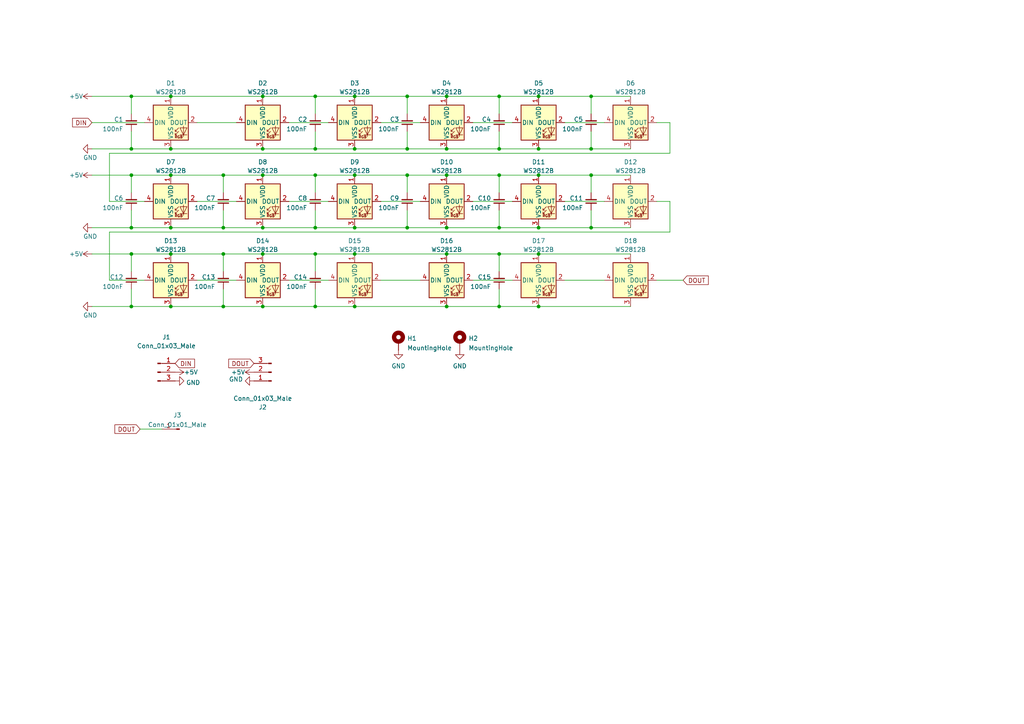
<source format=kicad_sch>
(kicad_sch (version 20211123) (generator eeschema)
  (paper "A4")
  (lib_symbols
    (symbol "Connector:Conn_01x01_Male" (pin_names (offset 1.016) hide)
      (property "Reference" "J" (at 0 2.54 0))
      (property "Value" "Conn_01x01_Male" (at 0 -2.54 0))
      (symbol "Conn_01x01_Male_1_1"
        (polyline (pts (xy 1.27 0) (xy 0.8636 0)) (stroke (width 0.1524)))
        (rectangle (start 0.8636 0.127) (end 0 -0.127) (stroke (width 0.1524)) (fill (type outline)))
        (pin passive line (at 5.08 0 180) (length 3.81) (name "Pin_1") (number "1"))
      )
    )
    (symbol "Connector:Conn_01x03_Male" (pin_names (offset 1.016) hide)
      (property "Reference" "J" (at 0 5.08 0))
      (property "Value" "Conn_01x03_Male" (at 0 -5.08 0))
      (symbol "Conn_01x03_Male_1_1"
        (polyline (pts (xy 1.27 -2.54) (xy 0.8636 -2.54)) (stroke (width 0.1524)))
        (polyline (pts (xy 1.27 0) (xy 0.8636 0)) (stroke (width 0.1524)))
        (polyline (pts (xy 1.27 2.54) (xy 0.8636 2.54)) (stroke (width 0.1524)))
        (rectangle (start 0.8636 -2.413) (end 0 -2.667) (stroke (width 0.1524)) (fill (type outline)))
        (rectangle (start 0.8636 0.127) (end 0 -0.127) (stroke (width 0.1524)) (fill (type outline)))
        (rectangle (start 0.8636 2.667) (end 0 2.413) (stroke (width 0.1524)) (fill (type outline)))
        (pin passive line (at 5.08 2.54 180) (length 3.81) (name "Pin_1") (number "1"))
        (pin passive line (at 5.08 0 180) (length 3.81) (name "Pin_2") (number "2"))
        (pin passive line (at 5.08 -2.54 180) (length 3.81) (name "Pin_3") (number "3"))
      )
    )
    (symbol "Device:C_Small" (pin_numbers hide) (pin_names (offset 0.254) hide)
      (property "Reference" "C" (at 0.254 1.778 0))
      (property "Value" "C_Small" (at 0.254 -2.032 0))
      (symbol "C_Small_0_1"
        (polyline (pts (xy -1.524 -0.508) (xy 1.524 -0.508)) (stroke (width 0.3302)))
        (polyline (pts (xy -1.524 0.508) (xy 1.524 0.508)) (stroke (width 0.3048)))
      )
      (symbol "C_Small_1_1"
        (pin passive line (at 0 2.54 270) (length 2.032) (name "~") (number "1"))
        (pin passive line (at 0 -2.54 90) (length 2.032) (name "~") (number "2"))
      )
    )
    (symbol "LED:WS2812B" (pin_names (offset 0.254))
      (property "Reference" "D" (at 5.08 5.715 0))
      (property "Value" "WS2812B" (at 1.27 -5.715 0))
      (symbol "WS2812B_0_0"
        (text "RGB" (at 2.286 -4.191 0) (effects (font (size 0.762 0.762))))
      )
      (symbol "WS2812B_0_1"
        (polyline (pts (xy 1.27 -3.556) (xy 1.778 -3.556)))
        (polyline (pts (xy 1.27 -2.54) (xy 1.778 -2.54)))
        (polyline (pts (xy 4.699 -3.556) (xy 2.667 -3.556)))
        (polyline (pts (xy 2.286 -2.54) (xy 1.27 -3.556) (xy 1.27 -3.048)))
        (polyline (pts (xy 2.286 -1.524) (xy 1.27 -2.54) (xy 1.27 -2.032)))
        (polyline (pts (xy 3.683 -1.016) (xy 3.683 -3.556) (xy 3.683 -4.064)))
        (polyline (pts (xy 4.699 -1.524) (xy 2.667 -1.524) (xy 3.683 -3.556) (xy 4.699 -1.524)))
        (rectangle (start 5.08 5.08) (end -5.08 -5.08) (stroke (width 0.254)) (fill (type background)))
      )
      (symbol "WS2812B_1_1"
        (pin power_in line (at 0 7.62 270) (length 2.54) (name "VDD") (number "1"))
        (pin output line (at 7.62 0 180) (length 2.54) (name "DOUT") (number "2"))
        (pin power_in line (at 0 -7.62 90) (length 2.54) (name "VSS") (number "3"))
        (pin input line (at -7.62 0 0) (length 2.54) (name "DIN") (number "4"))
      )
    )
    (symbol "Mechanical:MountingHole_Pad" (pin_numbers hide) (pin_names (offset 1.016) hide)
      (property "Reference" "H" (at 0 6.35 0))
      (property "Value" "MountingHole_Pad" (at 0 4.445 0))
      (symbol "MountingHole_Pad_0_1"
        (circle (center 0 1.27) (radius 1.27) (stroke (width 1.27)))
      )
      (symbol "MountingHole_Pad_1_1"
        (pin input line (at 0 -2.54 90) (length 2.54) (name "1") (number "1"))
      )
    )
    (symbol "power:+5V" (power) (pin_names (offset 0))
      (property "Value" "+5V" (at 0 3.556 0))
      (symbol "+5V_0_1"
        (polyline (pts (xy -0.762 1.27) (xy 0 2.54)))
        (polyline (pts (xy 0 0) (xy 0 2.54)))
        (polyline (pts (xy 0 2.54) (xy 0.762 1.27)))
      )
      (symbol "+5V_1_1"
        (pin power_in line (at 0 0 90) (length 0) hide (name "+5V") (number "1"))
      )
    )
    (symbol "power:GND" (power) (pin_names (offset 0))
      (property "Value" "GND" (at 0 -3.81 0))
      (symbol "GND_0_1"
        (polyline (pts (xy 0 0) (xy 0 -1.27) (xy 1.27 -1.27) (xy 0 -2.54) (xy -1.27 -1.27) (xy 0 -1.27)))
      )
      (symbol "GND_1_1"
        (pin power_in line (at 0 0 270) (length 0) hide (name "GND") (number "1"))
      )
    )
  )
  (junction (at 102.87 88.9))
  (junction (at 129.54 43.18))
  (junction (at 156.21 73.66))
  (junction (at 102.87 50.8))
  (junction (at 64.77 66.04))
  (junction (at 102.87 43.18))
  (junction (at 38.1 27.94))
  (junction (at 49.53 66.04))
  (junction (at 118.11 50.8))
  (junction (at 91.44 88.9))
  (junction (at 91.44 50.8))
  (junction (at 49.53 50.8))
  (junction (at 171.45 27.94))
  (junction (at 38.1 66.04))
  (junction (at 144.78 73.66))
  (junction (at 76.2 27.94))
  (junction (at 102.87 73.66))
  (junction (at 38.1 43.18))
  (junction (at 49.53 27.94))
  (junction (at 144.78 66.04))
  (junction (at 118.11 43.18))
  (junction (at 76.2 73.66))
  (junction (at 129.54 73.66))
  (junction (at 156.21 43.18))
  (junction (at 156.21 50.8))
  (junction (at 129.54 66.04))
  (junction (at 76.2 43.18))
  (junction (at 144.78 88.9))
  (junction (at 156.21 66.04))
  (junction (at 49.53 73.66))
  (junction (at 64.77 50.8))
  (junction (at 102.87 27.94))
  (junction (at 118.11 66.04))
  (junction (at 102.87 66.04))
  (junction (at 171.45 50.8))
  (junction (at 76.2 66.04))
  (junction (at 129.54 27.94))
  (junction (at 129.54 88.9))
  (junction (at 38.1 50.8))
  (junction (at 156.21 27.94))
  (junction (at 76.2 50.8))
  (junction (at 91.44 73.66))
  (junction (at 144.78 43.18))
  (junction (at 91.44 66.04))
  (junction (at 129.54 50.8))
  (junction (at 64.77 73.66))
  (junction (at 49.53 43.18))
  (junction (at 118.11 27.94))
  (junction (at 171.45 66.04))
  (junction (at 38.1 88.9))
  (junction (at 144.78 27.94))
  (junction (at 144.78 50.8))
  (junction (at 91.44 27.94))
  (junction (at 49.53 88.9))
  (junction (at 76.2 88.9))
  (junction (at 171.45 43.18))
  (junction (at 156.21 88.9))
  (junction (at 64.77 88.9))
  (junction (at 91.44 43.18))
  (junction (at 38.1 73.66))
  (wire (pts (xy 144.78 73.66) (xy 156.21 73.66)))
  (wire (pts (xy 190.5 81.28) (xy 198.12 81.28)))
  (wire (pts (xy 31.75 81.28) (xy 41.91 81.28)))
  (wire (pts (xy 91.44 38.1) (xy 91.44 43.18)))
  (wire (pts (xy 129.54 88.9) (xy 144.78 88.9)))
  (wire (pts (xy 76.2 50.8) (xy 91.44 50.8)))
  (wire (pts (xy 38.1 60.96) (xy 38.1 66.04)))
  (wire (pts (xy 64.77 78.74) (xy 64.77 73.66)))
  (wire (pts (xy 144.78 27.94) (xy 156.21 27.94)))
  (wire (pts (xy 171.45 43.18) (xy 182.88 43.18)))
  (wire (pts (xy 26.67 73.66) (xy 38.1 73.66)))
  (wire (pts (xy 102.87 27.94) (xy 118.11 27.94)))
  (wire (pts (xy 118.11 55.88) (xy 118.11 50.8)))
  (wire (pts (xy 171.45 33.02) (xy 171.45 27.94)))
  (wire (pts (xy 118.11 43.18) (xy 129.54 43.18)))
  (wire (pts (xy 49.53 88.9) (xy 64.77 88.9)))
  (wire (pts (xy 118.11 27.94) (xy 129.54 27.94)))
  (wire (pts (xy 190.5 58.42) (xy 194.31 58.42)))
  (wire (pts (xy 57.15 35.56) (xy 68.58 35.56)))
  (wire (pts (xy 76.2 43.18) (xy 91.44 43.18)))
  (wire (pts (xy 171.45 38.1) (xy 171.45 43.18)))
  (wire (pts (xy 171.45 55.88) (xy 171.45 50.8)))
  (wire (pts (xy 102.87 66.04) (xy 118.11 66.04)))
  (wire (pts (xy 83.82 35.56) (xy 95.25 35.56)))
  (wire (pts (xy 91.44 60.96) (xy 91.44 66.04)))
  (wire (pts (xy 64.77 55.88) (xy 64.77 50.8)))
  (wire (pts (xy 91.44 55.88) (xy 91.44 50.8)))
  (wire (pts (xy 41.91 58.42) (xy 31.75 58.42)))
  (wire (pts (xy 110.49 35.56) (xy 121.92 35.56)))
  (wire (pts (xy 171.45 50.8) (xy 182.88 50.8)))
  (wire (pts (xy 31.75 67.31) (xy 31.75 81.28)))
  (wire (pts (xy 171.45 60.96) (xy 171.45 66.04)))
  (wire (pts (xy 102.87 88.9) (xy 129.54 88.9)))
  (wire (pts (xy 144.78 78.74) (xy 144.78 73.66)))
  (wire (pts (xy 129.54 66.04) (xy 144.78 66.04)))
  (wire (pts (xy 129.54 50.8) (xy 144.78 50.8)))
  (wire (pts (xy 31.75 58.42) (xy 31.75 44.45)))
  (wire (pts (xy 26.67 88.9) (xy 38.1 88.9)))
  (wire (pts (xy 144.78 33.02) (xy 144.78 27.94)))
  (wire (pts (xy 49.53 73.66) (xy 64.77 73.66)))
  (wire (pts (xy 91.44 73.66) (xy 102.87 73.66)))
  (wire (pts (xy 49.53 43.18) (xy 76.2 43.18)))
  (wire (pts (xy 137.16 58.42) (xy 148.59 58.42)))
  (wire (pts (xy 144.78 50.8) (xy 156.21 50.8)))
  (wire (pts (xy 64.77 66.04) (xy 76.2 66.04)))
  (wire (pts (xy 49.53 27.94) (xy 76.2 27.94)))
  (wire (pts (xy 156.21 88.9) (xy 182.88 88.9)))
  (wire (pts (xy 26.67 27.94) (xy 38.1 27.94)))
  (wire (pts (xy 110.49 58.42) (xy 121.92 58.42)))
  (wire (pts (xy 118.11 38.1) (xy 118.11 43.18)))
  (wire (pts (xy 194.31 58.42) (xy 194.31 67.31)))
  (wire (pts (xy 163.83 35.56) (xy 175.26 35.56)))
  (wire (pts (xy 38.1 27.94) (xy 49.53 27.94)))
  (wire (pts (xy 38.1 43.18) (xy 49.53 43.18)))
  (wire (pts (xy 194.31 35.56) (xy 190.5 35.56)))
  (wire (pts (xy 129.54 43.18) (xy 144.78 43.18)))
  (wire (pts (xy 38.1 33.02) (xy 38.1 27.94)))
  (wire (pts (xy 163.83 58.42) (xy 175.26 58.42)))
  (wire (pts (xy 144.78 43.18) (xy 156.21 43.18)))
  (wire (pts (xy 137.16 35.56) (xy 148.59 35.56)))
  (wire (pts (xy 31.75 44.45) (xy 194.31 44.45)))
  (wire (pts (xy 156.21 50.8) (xy 171.45 50.8)))
  (wire (pts (xy 91.44 50.8) (xy 102.87 50.8)))
  (wire (pts (xy 38.1 88.9) (xy 49.53 88.9)))
  (wire (pts (xy 118.11 66.04) (xy 129.54 66.04)))
  (wire (pts (xy 57.15 81.28) (xy 68.58 81.28)))
  (wire (pts (xy 49.53 66.04) (xy 64.77 66.04)))
  (wire (pts (xy 102.87 73.66) (xy 129.54 73.66)))
  (wire (pts (xy 57.15 58.42) (xy 68.58 58.42)))
  (wire (pts (xy 76.2 73.66) (xy 91.44 73.66)))
  (wire (pts (xy 144.78 83.82) (xy 144.78 88.9)))
  (wire (pts (xy 76.2 27.94) (xy 91.44 27.94)))
  (wire (pts (xy 26.67 35.56) (xy 41.91 35.56)))
  (wire (pts (xy 144.78 55.88) (xy 144.78 50.8)))
  (wire (pts (xy 91.44 66.04) (xy 102.87 66.04)))
  (wire (pts (xy 156.21 66.04) (xy 171.45 66.04)))
  (wire (pts (xy 83.82 58.42) (xy 95.25 58.42)))
  (wire (pts (xy 91.44 83.82) (xy 91.44 88.9)))
  (wire (pts (xy 83.82 81.28) (xy 95.25 81.28)))
  (wire (pts (xy 26.67 50.8) (xy 38.1 50.8)))
  (wire (pts (xy 144.78 88.9) (xy 156.21 88.9)))
  (wire (pts (xy 156.21 27.94) (xy 171.45 27.94)))
  (wire (pts (xy 144.78 66.04) (xy 156.21 66.04)))
  (wire (pts (xy 171.45 66.04) (xy 182.88 66.04)))
  (wire (pts (xy 38.1 66.04) (xy 49.53 66.04)))
  (wire (pts (xy 64.77 50.8) (xy 76.2 50.8)))
  (wire (pts (xy 118.11 60.96) (xy 118.11 66.04)))
  (wire (pts (xy 102.87 43.18) (xy 118.11 43.18)))
  (wire (pts (xy 76.2 88.9) (xy 91.44 88.9)))
  (wire (pts (xy 163.83 81.28) (xy 175.26 81.28)))
  (wire (pts (xy 144.78 60.96) (xy 144.78 66.04)))
  (wire (pts (xy 194.31 44.45) (xy 194.31 35.56)))
  (wire (pts (xy 26.67 43.18) (xy 38.1 43.18)))
  (wire (pts (xy 91.44 27.94) (xy 102.87 27.94)))
  (wire (pts (xy 38.1 83.82) (xy 38.1 88.9)))
  (wire (pts (xy 156.21 73.66) (xy 182.88 73.66)))
  (wire (pts (xy 91.44 88.9) (xy 102.87 88.9)))
  (wire (pts (xy 38.1 78.74) (xy 38.1 73.66)))
  (wire (pts (xy 129.54 73.66) (xy 144.78 73.66)))
  (wire (pts (xy 76.2 66.04) (xy 91.44 66.04)))
  (wire (pts (xy 194.31 67.31) (xy 31.75 67.31)))
  (wire (pts (xy 64.77 88.9) (xy 76.2 88.9)))
  (wire (pts (xy 38.1 50.8) (xy 49.53 50.8)))
  (wire (pts (xy 156.21 43.18) (xy 171.45 43.18)))
  (wire (pts (xy 38.1 73.66) (xy 49.53 73.66)))
  (wire (pts (xy 40.64 124.46) (xy 46.99 124.46)))
  (wire (pts (xy 26.67 66.04) (xy 38.1 66.04)))
  (wire (pts (xy 137.16 81.28) (xy 148.59 81.28)))
  (wire (pts (xy 91.44 33.02) (xy 91.44 27.94)))
  (wire (pts (xy 91.44 43.18) (xy 102.87 43.18)))
  (wire (pts (xy 64.77 83.82) (xy 64.77 88.9)))
  (wire (pts (xy 118.11 33.02) (xy 118.11 27.94)))
  (wire (pts (xy 49.53 50.8) (xy 64.77 50.8)))
  (wire (pts (xy 64.77 73.66) (xy 76.2 73.66)))
  (wire (pts (xy 129.54 27.94) (xy 144.78 27.94)))
  (wire (pts (xy 110.49 81.28) (xy 121.92 81.28)))
  (wire (pts (xy 118.11 50.8) (xy 129.54 50.8)))
  (wire (pts (xy 38.1 55.88) (xy 38.1 50.8)))
  (wire (pts (xy 64.77 60.96) (xy 64.77 66.04)))
  (wire (pts (xy 91.44 78.74) (xy 91.44 73.66)))
  (wire (pts (xy 171.45 27.94) (xy 182.88 27.94)))
  (wire (pts (xy 102.87 50.8) (xy 118.11 50.8)))
  (wire (pts (xy 38.1 38.1) (xy 38.1 43.18)))
  (wire (pts (xy 144.78 38.1) (xy 144.78 43.18)))
  (global_label "DOUT" (shape input) (at 198.12 81.28 0) (property "Intersheet References" "${INTERSHEET_REFS}" (effects hide)))
  (global_label "DIN" (shape input) (at 26.67 35.56 180) (property "Intersheet References" "${INTERSHEET_REFS}" (effects hide)))
  (global_label "DOUT" (shape input) (at 73.66 105.41 180) (property "Intersheet References" "${INTERSHEET_REFS}" (effects hide)))
  (global_label "DIN" (shape input) (at 50.8 105.41 0) (property "Intersheet References" "${INTERSHEET_REFS}" (effects hide)))
  (global_label "DOUT" (shape input) (at 40.64 124.46 180) (property "Intersheet References" "${INTERSHEET_REFS}" (effects hide)))
  (symbol (lib_id "LED:WS2812B") (at 182.88 35.56 0) (unit 1)
    (property "Reference" "D6" (at 182.88 24.13 0))
    (property "Value" "WS2812B" (at 182.88 26.67 0))
    (property "Footprint" "Daylight:LED_WS2812B_PLCC4_5.0x5.0mm_P3.2mm" (effects hide))
    (property "Datasheet" "https://cdn-shop.adafruit.com/datasheets/WS2812B.pdf" (effects hide))
  )
  (symbol (lib_id "power:+5V") (at 26.67 73.66 90) (unit 1)
    (property "Reference" "#PWR05" (effects hide))
    (property "Value" "+5V" (at 24.13 73.66 90) (effects (justify left)))
  )
  (symbol (lib_id "power:GND") (at 26.67 43.18 270) (unit 1)
    (property "Reference" "#PWR02" (effects hide))
    (property "Value" "GND" (at 24.13 45.72 90) (effects (justify left)))
  )
  (symbol (lib_id "power:GND") (at 50.8 110.49 90) (unit 1)
    (property "Reference" "#PWR011" (effects hide))
    (property "Value" "GND" (at 53.975 110.969 90) (effects (justify right)))
  )
  (symbol (lib_id "power:+5V") (at 26.67 50.8 90) (unit 1)
    (property "Reference" "#PWR03" (effects hide))
    (property "Value" "+5V" (at 24.13 50.8 90) (effects (justify left)))
  )
  (symbol (lib_id "power:+5V") (at 50.8 107.95 270) (unit 1)
    (property "Reference" "#PWR09" (effects hide))
    (property "Value" "+5V" (at 53.34 107.95 90) (effects (justify left)))
  )
  (symbol (lib_id "Device:C_Small") (at 91.44 58.42 0) (mirror x) (unit 1)
    (property "Reference" "C8" (at 89.1159 57.5051 0) (effects (justify right)))
    (property "Value" "100nF" (at 89.1159 60.2802 0) (effects (justify right)))
    (property "Footprint" "Daylight:C_0805_2012Metric_Pad1.18x1.45mm_HandSolder" (effects hide))
  )
  (symbol (lib_id "LED:WS2812B") (at 129.54 81.28 0) (unit 1)
    (property "Reference" "D16" (at 129.54 69.85 0))
    (property "Value" "WS2812B" (at 129.54 72.39 0))
    (property "Footprint" "Daylight:LED_WS2812B_PLCC4_5.0x5.0mm_P3.2mm" (effects hide))
    (property "Datasheet" "https://cdn-shop.adafruit.com/datasheets/WS2812B.pdf" (effects hide))
  )
  (symbol (lib_id "Device:C_Small") (at 64.77 58.42 0) (mirror x) (unit 1)
    (property "Reference" "C7" (at 62.4459 57.5051 0) (effects (justify right)))
    (property "Value" "100nF" (at 62.4459 60.2802 0) (effects (justify right)))
    (property "Footprint" "Daylight:C_0805_2012Metric_Pad1.18x1.45mm_HandSolder" (effects hide))
  )
  (symbol (lib_id "power:GND") (at 115.57 101.6 0) (unit 1)
    (property "Reference" "#PWR07" (effects hide))
    (property "Value" "GND" (at 115.57 106.1624 0))
  )
  (symbol (lib_id "Connector:Conn_01x03_Male") (at 45.72 107.95 0) (unit 1)
    (property "Reference" "J1" (at 48.26 97.79 0))
    (property "Value" "Conn_01x03_Male" (at 48.26 100.33 0))
    (property "Footprint" "Daylight:JST_XH_S3B-XH-A-1_1x03_P2.50mm_Horizontal" (effects hide))
  )
  (symbol (lib_id "LED:WS2812B") (at 102.87 58.42 0) (unit 1)
    (property "Reference" "D9" (at 102.87 46.99 0))
    (property "Value" "WS2812B" (at 102.87 49.53 0))
    (property "Footprint" "Daylight:LED_WS2812B_PLCC4_5.0x5.0mm_P3.2mm" (effects hide))
    (property "Datasheet" "https://cdn-shop.adafruit.com/datasheets/WS2812B.pdf" (effects hide))
  )
  (symbol (lib_id "power:GND") (at 26.67 88.9 270) (unit 1)
    (property "Reference" "#PWR06" (effects hide))
    (property "Value" "GND" (at 24.13 91.44 90) (effects (justify left)))
  )
  (symbol (lib_id "Device:C_Small") (at 64.77 81.28 0) (mirror x) (unit 1)
    (property "Reference" "C13" (at 62.4459 80.3651 0) (effects (justify right)))
    (property "Value" "100nF" (at 62.4459 83.1402 0) (effects (justify right)))
    (property "Footprint" "Daylight:C_0805_2012Metric_Pad1.18x1.45mm_HandSolder" (effects hide))
  )
  (symbol (lib_id "LED:WS2812B") (at 76.2 58.42 0) (unit 1)
    (property "Reference" "D8" (at 76.2 46.99 0))
    (property "Value" "WS2812B" (at 76.2 49.53 0))
    (property "Footprint" "Daylight:LED_WS2812B_PLCC4_5.0x5.0mm_P3.2mm" (effects hide))
    (property "Datasheet" "https://cdn-shop.adafruit.com/datasheets/WS2812B.pdf" (effects hide))
  )
  (symbol (lib_id "Mechanical:MountingHole_Pad") (at 133.35 99.06 0) (unit 1) (in_bom no)
    (property "Reference" "H2" (at 135.89 98.1515 0) (effects (justify left)))
    (property "Value" "MountingHole" (at 135.89 100.9266 0) (effects (justify left)))
    (property "Footprint" "MountingHole:MountingHole_3.2mm_M3_Pad_Via" (effects hide))
  )
  (symbol (lib_id "Device:C_Small") (at 91.44 81.28 0) (mirror x) (unit 1)
    (property "Reference" "C14" (at 89.1159 80.3651 0) (effects (justify right)))
    (property "Value" "100nF" (at 89.1159 83.1402 0) (effects (justify right)))
    (property "Footprint" "Daylight:C_0805_2012Metric_Pad1.18x1.45mm_HandSolder" (effects hide))
  )
  (symbol (lib_id "power:GND") (at 133.35 101.6 0) (unit 1)
    (property "Reference" "#PWR08" (effects hide))
    (property "Value" "GND" (at 133.35 106.1624 0))
  )
  (symbol (lib_id "LED:WS2812B") (at 129.54 58.42 0) (unit 1)
    (property "Reference" "D10" (at 129.54 46.99 0))
    (property "Value" "WS2812B" (at 129.54 49.53 0))
    (property "Footprint" "Daylight:LED_WS2812B_PLCC4_5.0x5.0mm_P3.2mm" (effects hide))
    (property "Datasheet" "https://cdn-shop.adafruit.com/datasheets/WS2812B.pdf" (effects hide))
  )
  (symbol (lib_id "LED:WS2812B") (at 156.21 35.56 0) (unit 1)
    (property "Reference" "D5" (at 156.21 24.13 0))
    (property "Value" "WS2812B" (at 156.21 26.67 0))
    (property "Footprint" "Daylight:LED_WS2812B_PLCC4_5.0x5.0mm_P3.2mm" (effects hide))
    (property "Datasheet" "https://cdn-shop.adafruit.com/datasheets/WS2812B.pdf" (effects hide))
  )
  (symbol (lib_id "Connector:Conn_01x01_Male") (at 52.07 124.46 180) (unit 1)
    (property "Reference" "J3" (at 51.435 120.4173 0))
    (property "Value" "Conn_01x01_Male" (at 51.435 123.1924 0))
    (property "Footprint" "Daylight:PinHeader-1-with-SMDpad" (effects hide))
  )
  (symbol (lib_id "LED:WS2812B") (at 182.88 58.42 0) (unit 1)
    (property "Reference" "D12" (at 182.88 46.99 0))
    (property "Value" "WS2812B" (at 182.88 49.53 0))
    (property "Footprint" "Daylight:LED_WS2812B_PLCC4_5.0x5.0mm_P3.2mm" (effects hide))
    (property "Datasheet" "https://cdn-shop.adafruit.com/datasheets/WS2812B.pdf" (effects hide))
  )
  (symbol (lib_id "Device:C_Small") (at 38.1 35.56 0) (mirror x) (unit 1)
    (property "Reference" "C1" (at 35.7759 34.6451 0) (effects (justify right)))
    (property "Value" "100nF" (at 35.7759 37.4202 0) (effects (justify right)))
    (property "Footprint" "Daylight:C_0805_2012Metric_Pad1.18x1.45mm_HandSolder" (effects hide))
  )
  (symbol (lib_id "Device:C_Small") (at 171.45 35.56 0) (mirror x) (unit 1)
    (property "Reference" "C5" (at 169.1259 34.6451 0) (effects (justify right)))
    (property "Value" "100nF" (at 169.1259 37.4202 0) (effects (justify right)))
    (property "Footprint" "Daylight:C_0805_2012Metric_Pad1.18x1.45mm_HandSolder" (effects hide))
  )
  (symbol (lib_id "Device:C_Small") (at 118.11 35.56 0) (mirror x) (unit 1)
    (property "Reference" "C3" (at 115.7859 34.6451 0) (effects (justify right)))
    (property "Value" "100nF" (at 115.7859 37.4202 0) (effects (justify right)))
    (property "Footprint" "Daylight:C_0805_2012Metric_Pad1.18x1.45mm_HandSolder" (effects hide))
  )
  (symbol (lib_id "LED:WS2812B") (at 102.87 35.56 0) (unit 1)
    (property "Reference" "D3" (at 102.87 24.13 0))
    (property "Value" "WS2812B" (at 102.87 26.67 0))
    (property "Footprint" "Daylight:LED_WS2812B_PLCC4_5.0x5.0mm_P3.2mm" (effects hide))
    (property "Datasheet" "https://cdn-shop.adafruit.com/datasheets/WS2812B.pdf" (effects hide))
  )
  (symbol (lib_id "Device:C_Small") (at 38.1 81.28 0) (mirror x) (unit 1)
    (property "Reference" "C12" (at 35.7759 80.3651 0) (effects (justify right)))
    (property "Value" "100nF" (at 35.7759 83.1402 0) (effects (justify right)))
    (property "Footprint" "Daylight:C_0805_2012Metric_Pad1.18x1.45mm_HandSolder" (effects hide))
  )
  (symbol (lib_id "Device:C_Small") (at 118.11 58.42 0) (mirror x) (unit 1)
    (property "Reference" "C9" (at 115.7859 57.5051 0) (effects (justify right)))
    (property "Value" "100nF" (at 115.7859 60.2802 0) (effects (justify right)))
    (property "Footprint" "Daylight:C_0805_2012Metric_Pad1.18x1.45mm_HandSolder" (effects hide))
  )
  (symbol (lib_id "Device:C_Small") (at 144.78 35.56 0) (mirror x) (unit 1)
    (property "Reference" "C4" (at 142.4559 34.6451 0) (effects (justify right)))
    (property "Value" "100nF" (at 142.4559 37.4202 0) (effects (justify right)))
    (property "Footprint" "Daylight:C_0805_2012Metric_Pad1.18x1.45mm_HandSolder" (effects hide))
  )
  (symbol (lib_id "Connector:Conn_01x03_Male") (at 78.74 107.95 180) (unit 1)
    (property "Reference" "J2" (at 76.2 118.11 0))
    (property "Value" "Conn_01x03_Male" (at 76.2 115.57 0))
    (property "Footprint" "Daylight:JST_XH_S3B-XH-A-1_1x03_P2.50mm_Horizontal" (effects hide))
  )
  (symbol (lib_id "LED:WS2812B") (at 76.2 35.56 0) (unit 1)
    (property "Reference" "D2" (at 76.2 24.13 0))
    (property "Value" "WS2812B" (at 76.2 26.67 0))
    (property "Footprint" "Daylight:LED_WS2812B_PLCC4_5.0x5.0mm_P3.2mm" (effects hide))
    (property "Datasheet" "https://cdn-shop.adafruit.com/datasheets/WS2812B.pdf" (effects hide))
  )
  (symbol (lib_id "Device:C_Small") (at 91.44 35.56 0) (mirror x) (unit 1)
    (property "Reference" "C2" (at 89.1159 34.6451 0) (effects (justify right)))
    (property "Value" "100nF" (at 89.1159 37.4202 0) (effects (justify right)))
    (property "Footprint" "Daylight:C_0805_2012Metric_Pad1.18x1.45mm_HandSolder" (effects hide))
  )
  (symbol (lib_id "LED:WS2812B") (at 102.87 81.28 0) (unit 1)
    (property "Reference" "D15" (at 102.87 69.85 0))
    (property "Value" "WS2812B" (at 102.87 72.39 0))
    (property "Footprint" "Daylight:LED_WS2812B_PLCC4_5.0x5.0mm_P3.2mm" (effects hide))
    (property "Datasheet" "https://cdn-shop.adafruit.com/datasheets/WS2812B.pdf" (effects hide))
  )
  (symbol (lib_id "LED:WS2812B") (at 49.53 58.42 0) (unit 1)
    (property "Reference" "D7" (at 49.53 46.99 0))
    (property "Value" "WS2812B" (at 49.53 49.53 0))
    (property "Footprint" "Daylight:LED_WS2812B_PLCC4_5.0x5.0mm_P3.2mm" (effects hide))
    (property "Datasheet" "https://cdn-shop.adafruit.com/datasheets/WS2812B.pdf" (effects hide))
  )
  (symbol (lib_id "Device:C_Small") (at 38.1 58.42 0) (mirror x) (unit 1)
    (property "Reference" "C6" (at 35.7759 57.5051 0) (effects (justify right)))
    (property "Value" "100nF" (at 35.7759 60.2802 0) (effects (justify right)))
    (property "Footprint" "Daylight:C_0805_2012Metric_Pad1.18x1.45mm_HandSolder" (effects hide))
  )
  (symbol (lib_id "Device:C_Small") (at 144.78 58.42 0) (mirror x) (unit 1)
    (property "Reference" "C10" (at 142.4559 57.5051 0) (effects (justify right)))
    (property "Value" "100nF" (at 142.4559 60.2802 0) (effects (justify right)))
    (property "Footprint" "Daylight:C_0805_2012Metric_Pad1.18x1.45mm_HandSolder" (effects hide))
  )
  (symbol (lib_id "Device:C_Small") (at 144.78 81.28 0) (mirror x) (unit 1)
    (property "Reference" "C15" (at 142.4559 80.3651 0) (effects (justify right)))
    (property "Value" "100nF" (at 142.4559 83.1402 0) (effects (justify right)))
    (property "Footprint" "Daylight:C_0805_2012Metric_Pad1.18x1.45mm_HandSolder" (effects hide))
  )
  (symbol (lib_id "power:+5V") (at 73.66 107.95 90) (unit 1)
    (property "Reference" "#PWR010" (effects hide))
    (property "Value" "+5V" (at 71.12 107.95 90) (effects (justify left)))
  )
  (symbol (lib_id "Mechanical:MountingHole_Pad") (at 115.57 99.06 0) (unit 1) (in_bom no)
    (property "Reference" "H1" (at 118.11 98.1515 0) (effects (justify left)))
    (property "Value" "MountingHole" (at 118.11 100.9266 0) (effects (justify left)))
    (property "Footprint" "MountingHole:MountingHole_3.2mm_M3_Pad_Via" (effects hide))
  )
  (symbol (lib_id "power:GND") (at 73.66 110.49 270) (unit 1)
    (property "Reference" "#PWR012" (effects hide))
    (property "Value" "GND" (at 70.485 110.011 90) (effects (justify right)))
  )
  (symbol (lib_id "LED:WS2812B") (at 156.21 58.42 0) (unit 1)
    (property "Reference" "D11" (at 156.21 46.99 0))
    (property "Value" "WS2812B" (at 156.21 49.53 0))
    (property "Footprint" "Daylight:LED_WS2812B_PLCC4_5.0x5.0mm_P3.2mm" (effects hide))
    (property "Datasheet" "https://cdn-shop.adafruit.com/datasheets/WS2812B.pdf" (effects hide))
  )
  (symbol (lib_id "LED:WS2812B") (at 76.2 81.28 0) (unit 1)
    (property "Reference" "D14" (at 76.2 69.85 0))
    (property "Value" "WS2812B" (at 76.2 72.39 0))
    (property "Footprint" "Daylight:LED_WS2812B_PLCC4_5.0x5.0mm_P3.2mm" (effects hide))
    (property "Datasheet" "https://cdn-shop.adafruit.com/datasheets/WS2812B.pdf" (effects hide))
  )
  (symbol (lib_id "LED:WS2812B") (at 156.21 81.28 0) (unit 1)
    (property "Reference" "D17" (at 156.21 69.85 0))
    (property "Value" "WS2812B" (at 156.21 72.39 0))
    (property "Footprint" "Daylight:LED_WS2812B_PLCC4_5.0x5.0mm_P3.2mm" (effects hide))
    (property "Datasheet" "https://cdn-shop.adafruit.com/datasheets/WS2812B.pdf" (effects hide))
  )
  (symbol (lib_id "LED:WS2812B") (at 182.88 81.28 0) (unit 1)
    (property "Reference" "D18" (at 182.88 69.85 0))
    (property "Value" "WS2812B" (at 182.88 72.39 0))
    (property "Footprint" "Daylight:LED_WS2812B_PLCC4_5.0x5.0mm_P3.2mm" (effects hide))
    (property "Datasheet" "https://cdn-shop.adafruit.com/datasheets/WS2812B.pdf" (effects hide))
  )
  (symbol (lib_id "LED:WS2812B") (at 49.53 35.56 0) (unit 1)
    (property "Reference" "D1" (at 49.53 24.13 0))
    (property "Value" "WS2812B" (at 49.53 26.67 0))
    (property "Footprint" "Daylight:LED_WS2812B_PLCC4_5.0x5.0mm_P3.2mm" (effects hide))
    (property "Datasheet" "https://cdn-shop.adafruit.com/datasheets/WS2812B.pdf" (effects hide))
  )
  (symbol (lib_id "LED:WS2812B") (at 49.53 81.28 0) (unit 1)
    (property "Reference" "D13" (at 49.53 69.85 0))
    (property "Value" "WS2812B" (at 49.53 72.39 0))
    (property "Footprint" "Daylight:LED_WS2812B_PLCC4_5.0x5.0mm_P3.2mm" (effects hide))
    (property "Datasheet" "https://cdn-shop.adafruit.com/datasheets/WS2812B.pdf" (effects hide))
  )
  (symbol (lib_id "power:GND") (at 26.67 66.04 270) (unit 1)
    (property "Reference" "#PWR04" (effects hide))
    (property "Value" "GND" (at 24.13 68.58 90) (effects (justify left)))
  )
  (symbol (lib_id "LED:WS2812B") (at 129.54 35.56 0) (unit 1)
    (property "Reference" "D4" (at 129.54 24.13 0))
    (property "Value" "WS2812B" (at 129.54 26.67 0))
    (property "Footprint" "Daylight:LED_WS2812B_PLCC4_5.0x5.0mm_P3.2mm" (effects hide))
    (property "Datasheet" "https://cdn-shop.adafruit.com/datasheets/WS2812B.pdf" (effects hide))
  )
  (symbol (lib_id "Device:C_Small") (at 171.45 58.42 0) (mirror x) (unit 1)
    (property "Reference" "C11" (at 169.1259 57.5051 0) (effects (justify right)))
    (property "Value" "100nF" (at 169.1259 60.2802 0) (effects (justify right)))
    (property "Footprint" "Daylight:C_0805_2012Metric_Pad1.18x1.45mm_HandSolder" (effects hide))
  )
  (symbol (lib_id "power:+5V") (at 26.67 27.94 90) (unit 1)
    (property "Reference" "#PWR01" (effects hide))
    (property "Value" "+5V" (at 24.13 27.94 90) (effects (justify left)))
  )
)
</source>
